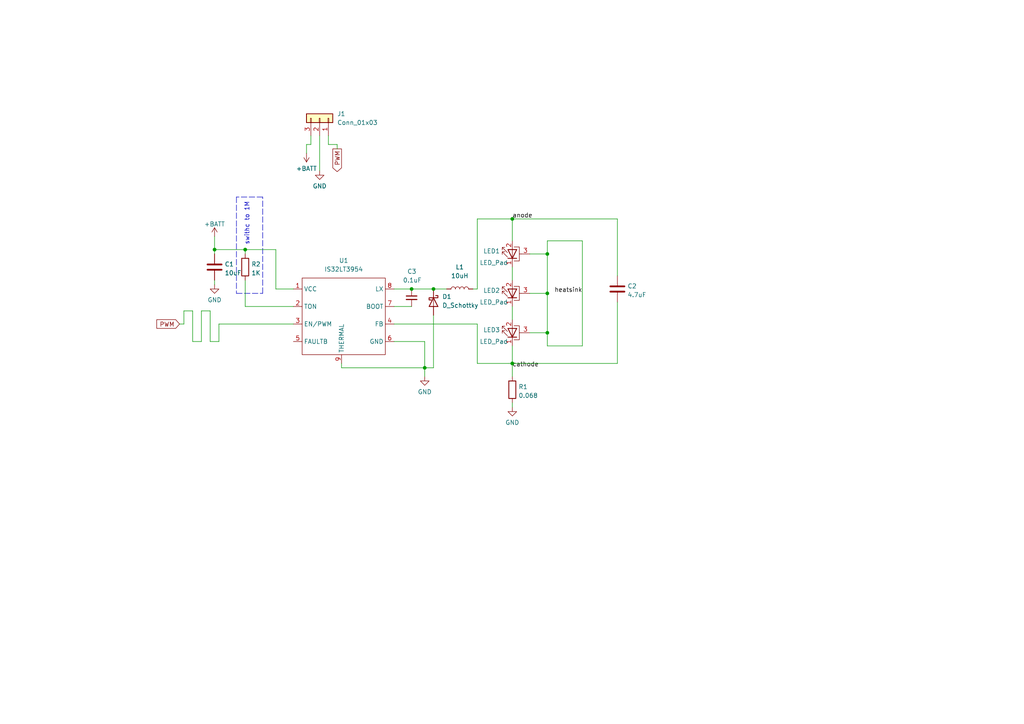
<source format=kicad_sch>
(kicad_sch (version 20211123) (generator eeschema)
  (paper "A4")
  (lib_symbols
    (symbol "Connector_Generic:Conn_01x03" (pin_names (offset 1.016) hide)
      (property "Reference" "J" (at 0 5.08 0))
      (property "Value" "Conn_01x03" (at 0 -5.08 0))
      (symbol "Conn_01x03_1_1"
        (rectangle (start -1.27 -2.413) (end 0 -2.667) (stroke (width 0.1524)))
        (rectangle (start -1.27 0.127) (end 0 -0.127) (stroke (width 0.1524)))
        (rectangle (start -1.27 2.667) (end 0 2.413) (stroke (width 0.1524)))
        (rectangle (start -1.27 3.81) (end 1.27 -3.81) (stroke (width 0.254)) (fill (type background)))
        (pin passive line (at -5.08 2.54 0) (length 3.81) (name "Pin_1") (number "1"))
        (pin passive line (at -5.08 0 0) (length 3.81) (name "Pin_2") (number "2"))
        (pin passive line (at -5.08 -2.54 0) (length 3.81) (name "Pin_3") (number "3"))
      )
    )
    (symbol "Custom:IS32LT3954"
      (property "Reference" "U" (at 0 0 0))
      (property "Value" "IS32LT3954" (at 0 0 0))
      (symbol "IS32LT3954_0_1"
        (rectangle (start -11.43 -1.27) (end 12.7 -23.495) (stroke (width 0.1524)))
      )
      (symbol "IS32LT3954_1_1"
        (pin power_in line (at -13.97 -4.445 0) (length 2.54) (name "VCC") (number "1"))
        (pin input line (at -13.97 -9.525 0) (length 2.54) (name "TON") (number "2"))
        (pin input line (at -13.97 -14.605 0) (length 2.54) (name "EN/PWM") (number "3"))
        (pin input line (at 15.24 -14.605 180) (length 2.54) (name "FB") (number "4"))
        (pin input line (at -13.97 -19.685 0) (length 2.54) (name "FAULTB") (number "5"))
        (pin power_in line (at 15.24 -19.685 180) (length 2.54) (name "GND") (number "6"))
        (pin output line (at 15.24 -9.525 180) (length 2.54) (name "BOOT") (number "7"))
        (pin output line (at 15.24 -4.445 180) (length 2.54) (name "LX") (number "8"))
        (pin power_in line (at 0 -26.035 90) (length 2.54) (name "THERMAL") (number "9"))
      )
    )
    (symbol "Device:C" (pin_numbers hide) (pin_names (offset 0.254))
      (property "Reference" "C" (at 0.635 2.54 0))
      (property "Value" "C" (at 0.635 -2.54 0))
      (symbol "C_0_1"
        (polyline (pts (xy -2.032 -0.762) (xy 2.032 -0.762)) (stroke (width 0.508)))
        (polyline (pts (xy -2.032 0.762) (xy 2.032 0.762)) (stroke (width 0.508)))
      )
      (symbol "C_1_1"
        (pin passive line (at 0 3.81 270) (length 2.794) (name "~") (number "1"))
        (pin passive line (at 0 -3.81 90) (length 2.794) (name "~") (number "2"))
      )
    )
    (symbol "Device:C_Small" (pin_numbers hide) (pin_names (offset 0.254) hide)
      (property "Reference" "C" (at 0.254 1.778 0))
      (property "Value" "C_Small" (at 0.254 -2.032 0))
      (symbol "C_Small_0_1"
        (polyline (pts (xy -1.524 -0.508) (xy 1.524 -0.508)) (stroke (width 0.3302)))
        (polyline (pts (xy -1.524 0.508) (xy 1.524 0.508)) (stroke (width 0.3048)))
      )
      (symbol "C_Small_1_1"
        (pin passive line (at 0 2.54 270) (length 2.032) (name "~") (number "1"))
        (pin passive line (at 0 -2.54 90) (length 2.032) (name "~") (number "2"))
      )
    )
    (symbol "Device:D_Schottky" (pin_numbers hide) (pin_names (offset 1.016) hide)
      (property "Reference" "D" (at 0 2.54 0))
      (property "Value" "D_Schottky" (at 0 -2.54 0))
      (symbol "D_Schottky_0_1"
        (polyline (pts (xy 1.27 0) (xy -1.27 0)))
        (polyline (pts (xy 1.27 1.27) (xy 1.27 -1.27) (xy -1.27 0) (xy 1.27 1.27)) (stroke (width 0.254)))
        (polyline (pts (xy -1.905 0.635) (xy -1.905 1.27) (xy -1.27 1.27) (xy -1.27 -1.27) (xy -0.635 -1.27) (xy -0.635 -0.635)) (stroke (width 0.254)))
      )
      (symbol "D_Schottky_1_1"
        (pin passive line (at -3.81 0 0) (length 2.54) (name "K") (number "1"))
        (pin passive line (at 3.81 0 180) (length 2.54) (name "A") (number "2"))
      )
    )
    (symbol "Device:L" (pin_numbers hide) (pin_names (offset 1.016) hide)
      (property "Reference" "L" (at -1.27 0 90))
      (property "Value" "L" (at 1.905 0 90))
      (symbol "L_0_1"
        (arc (start 0 -2.54) (mid 0.635 -1.905) (end 0 -1.27))
        (arc (start 0 -1.27) (mid 0.635 -0.635) (end 0 0))
        (arc (start 0 0) (mid 0.635 0.635) (end 0 1.27))
        (arc (start 0 1.27) (mid 0.635 1.905) (end 0 2.54))
      )
      (symbol "L_1_1"
        (pin passive line (at 0 3.81 270) (length 1.27) (name "1") (number "1"))
        (pin passive line (at 0 -3.81 90) (length 1.27) (name "2") (number "2"))
      )
    )
    (symbol "Device:LED_Pad" (pin_names (offset 1.016) hide)
      (property "Reference" "D" (at 0 5.715 0))
      (property "Value" "LED_Pad" (at 0 3.81 0))
      (symbol "LED_Pad_0_1"
        (polyline (pts (xy -1.27 -1.27) (xy -1.27 1.27)) (stroke (width 0.254)))
        (polyline (pts (xy -1.27 0) (xy 1.27 0)))
        (polyline (pts (xy 0 -2.54) (xy 0 -2.032)))
        (polyline (pts (xy -2.032 -0.508) (xy -2.032 -2.032) (xy 2.032 -2.032) (xy 2.032 -0.508)))
        (polyline (pts (xy 1.27 -1.27) (xy 1.27 1.27) (xy -1.27 0) (xy 1.27 -1.27)) (stroke (width 0.254)))
        (polyline (pts (xy -0.889 1.397) (xy 0.635 2.921) (xy -0.127 2.921) (xy 0.635 2.921) (xy 0.635 2.159)))
        (polyline (pts (xy 0.381 1.397) (xy 1.905 2.921) (xy 1.143 2.921) (xy 1.905 2.921) (xy 1.905 2.159)))
      )
      (symbol "LED_Pad_1_1"
        (pin passive line (at -3.81 0 0) (length 2.54) (name "K") (number "1"))
        (pin passive line (at 3.81 0 180) (length 2.54) (name "A") (number "2"))
        (pin passive line (at 0 -5.08 90) (length 2.54) (name "PAD") (number "3"))
      )
    )
    (symbol "Device:R" (pin_numbers hide) (pin_names (offset 0))
      (property "Reference" "R" (at 2.032 0 90))
      (property "Value" "R" (at 0 0 90))
      (symbol "R_0_1"
        (rectangle (start -1.016 -2.54) (end 1.016 2.54) (stroke (width 0.254)))
      )
      (symbol "R_1_1"
        (pin passive line (at 0 3.81 270) (length 1.27) (name "~") (number "1"))
        (pin passive line (at 0 -3.81 90) (length 1.27) (name "~") (number "2"))
      )
    )
    (symbol "power:+BATT" (power) (pin_names (offset 0))
      (property "Value" "+BATT" (at 0 3.556 0))
      (symbol "+BATT_0_1"
        (polyline (pts (xy -0.762 1.27) (xy 0 2.54)))
        (polyline (pts (xy 0 0) (xy 0 2.54)))
        (polyline (pts (xy 0 2.54) (xy 0.762 1.27)))
      )
      (symbol "+BATT_1_1"
        (pin power_in line (at 0 0 90) (length 0) hide (name "+BATT") (number "1"))
      )
    )
    (symbol "power:GND" (power) (pin_names (offset 0))
      (property "Value" "GND" (at 0 -3.81 0))
      (symbol "GND_0_1"
        (polyline (pts (xy 0 0) (xy 0 -1.27) (xy 1.27 -1.27) (xy 0 -2.54) (xy -1.27 -1.27) (xy 0 -1.27)))
      )
      (symbol "GND_1_1"
        (pin power_in line (at 0 0 270) (length 0) hide (name "GND") (number "1"))
      )
    )
  )
  (junction (at 119.38 83.82))
  (junction (at 148.59 105.41))
  (junction (at 71.12 72.39))
  (junction (at 158.75 96.52))
  (junction (at 158.75 73.66))
  (junction (at 125.73 83.82))
  (junction (at 148.59 63.5))
  (junction (at 62.23 72.39))
  (junction (at 158.75 85.09))
  (junction (at 123.19 106.68))
  (polyline (pts (xy 68.58 66.04) (xy 68.58 85.09)))
  (wire (pts (xy 62.23 73.66) (xy 62.23 72.39)))
  (wire (pts (xy 119.38 83.82) (xy 125.73 83.82)))
  (wire (pts (xy 58.42 90.17) (xy 60.96 90.17)))
  (wire (pts (xy 62.23 72.39) (xy 71.12 72.39)))
  (wire (pts (xy 90.17 41.91) (xy 88.9 41.91)))
  (wire (pts (xy 158.75 85.09) (xy 158.75 96.52)))
  (wire (pts (xy 123.19 106.68) (xy 123.19 109.22)))
  (wire (pts (xy 85.09 83.82) (xy 80.01 83.82)))
  (wire (pts (xy 52.07 93.98) (xy 53.34 93.98)))
  (wire (pts (xy 148.59 100.33) (xy 148.59 105.41)))
  (wire (pts (xy 60.96 90.17) (xy 60.96 99.06)))
  (wire (pts (xy 179.07 87.63) (xy 179.07 105.41)))
  (wire (pts (xy 148.59 63.5) (xy 179.07 63.5)))
  (wire (pts (xy 123.19 106.68) (xy 125.73 106.68)))
  (wire (pts (xy 95.25 41.91) (xy 97.79 41.91)))
  (wire (pts (xy 55.88 90.17) (xy 55.88 99.06)))
  (wire (pts (xy 71.12 72.39) (xy 80.01 72.39)))
  (wire (pts (xy 148.59 105.41) (xy 148.59 109.22)))
  (wire (pts (xy 88.9 41.91) (xy 88.9 44.45)))
  (wire (pts (xy 92.71 39.37) (xy 92.71 49.53)))
  (wire (pts (xy 71.12 81.28) (xy 71.12 88.9)))
  (wire (pts (xy 148.59 77.47) (xy 148.59 81.28)))
  (wire (pts (xy 58.42 99.06) (xy 58.42 90.17)))
  (wire (pts (xy 114.3 99.06) (xy 123.19 99.06)))
  (polyline (pts (xy 68.58 57.15) (xy 68.58 66.04)))
  (wire (pts (xy 168.91 69.85) (xy 168.91 100.33)))
  (wire (pts (xy 138.43 105.41) (xy 148.59 105.41)))
  (wire (pts (xy 60.96 99.06) (xy 63.5 99.06)))
  (wire (pts (xy 55.88 99.06) (xy 58.42 99.06)))
  (wire (pts (xy 168.91 100.33) (xy 158.75 100.33)))
  (wire (pts (xy 125.73 91.44) (xy 125.73 106.68)))
  (polyline (pts (xy 76.2 57.15) (xy 68.58 57.15)))
  (wire (pts (xy 99.06 106.68) (xy 123.19 106.68)))
  (polyline (pts (xy 68.58 85.09) (xy 76.2 85.09)))
  (polyline (pts (xy 76.2 85.09) (xy 76.2 57.15)))
  (wire (pts (xy 158.75 96.52) (xy 158.75 100.33)))
  (wire (pts (xy 138.43 83.82) (xy 138.43 63.5)))
  (wire (pts (xy 153.67 96.52) (xy 158.75 96.52)))
  (wire (pts (xy 138.43 105.41) (xy 138.43 93.98)))
  (wire (pts (xy 148.59 116.84) (xy 148.59 118.11)))
  (wire (pts (xy 114.3 88.9) (xy 119.38 88.9)))
  (wire (pts (xy 63.5 99.06) (xy 63.5 93.98)))
  (wire (pts (xy 158.75 69.85) (xy 158.75 73.66)))
  (wire (pts (xy 125.73 83.82) (xy 129.54 83.82)))
  (wire (pts (xy 158.75 69.85) (xy 168.91 69.85)))
  (wire (pts (xy 71.12 88.9) (xy 85.09 88.9)))
  (wire (pts (xy 148.59 105.41) (xy 179.07 105.41)))
  (wire (pts (xy 95.25 39.37) (xy 95.25 41.91)))
  (wire (pts (xy 148.59 88.9) (xy 148.59 92.71)))
  (wire (pts (xy 97.79 41.91) (xy 97.79 43.18)))
  (wire (pts (xy 80.01 83.82) (xy 80.01 72.39)))
  (wire (pts (xy 63.5 93.98) (xy 85.09 93.98)))
  (wire (pts (xy 153.67 73.66) (xy 158.75 73.66)))
  (wire (pts (xy 71.12 72.39) (xy 71.12 73.66)))
  (wire (pts (xy 99.06 105.41) (xy 99.06 106.68)))
  (wire (pts (xy 137.16 83.82) (xy 138.43 83.82)))
  (wire (pts (xy 114.3 93.98) (xy 138.43 93.98)))
  (wire (pts (xy 148.59 63.5) (xy 148.59 69.85)))
  (wire (pts (xy 53.34 90.17) (xy 55.88 90.17)))
  (wire (pts (xy 123.19 99.06) (xy 123.19 106.68)))
  (wire (pts (xy 138.43 63.5) (xy 148.59 63.5)))
  (wire (pts (xy 114.3 83.82) (xy 119.38 83.82)))
  (wire (pts (xy 90.17 39.37) (xy 90.17 41.91)))
  (wire (pts (xy 158.75 73.66) (xy 158.75 85.09)))
  (wire (pts (xy 153.67 85.09) (xy 158.75 85.09)))
  (wire (pts (xy 53.34 93.98) (xy 53.34 90.17)))
  (wire (pts (xy 62.23 81.28) (xy 62.23 82.55)))
  (wire (pts (xy 179.07 63.5) (xy 179.07 80.01)))
  (wire (pts (xy 62.23 68.58) (xy 62.23 72.39)))
  (text "swithc to 1M" (at 72.39 71.12 90) (effects (font (size 1.27 1.27)) (justify left bottom)))
  (label "cathode" (at 148.59 106.68 0))
  (label "anode" (at 148.59 63.5 0))
  (label "heatsink" (at 168.91 85.09 180))
  (global_label "PWM" (shape input) (at 52.07 93.98 180) (property "Intersheet References" "${INTERSHEET_REFS}" (effects hide)))
  (global_label "PWM" (shape output) (at 97.79 43.18 270) (property "Intersheet References" "${INTERSHEET_REFS}" (effects hide)))
  (symbol (lib_id "Device:LED_Pad") (at 148.59 96.52 90) (unit 1)
    (property "Reference" "LED3" (at 145.0341 95.6853 90) (effects (justify left)))
    (property "Value" "LED_Pad" (at 147.32 99.06 90) (effects (justify left)))
    (property "Footprint" "CustomLibrary:LED_Cree-XHP50_3V_hand_solder" (effects hide))
    (property "Digikey" "XMLBWT-00-0000-0000U2050CT-ND" (effects hide))
  )
  (symbol (lib_id "Device:L") (at 133.35 83.82 90) (unit 1)
    (property "Reference" "L1" (at 133.35 77.47 90))
    (property "Value" "10uH" (at 133.35 80.01 90))
    (property "Footprint" "CustomLibrary:PA5175_Inductor" (effects hide))
    (property "Digikey" "553-PA5175.103NLTCT-ND" (effects hide))
  )
  (symbol (lib_id "Custom:IS32LT3954") (at 99.06 79.375 0) (unit 1)
    (property "Reference" "U1" (at 99.695 75.565 0))
    (property "Value" "IS32LT3954" (at 99.695 78.105 0))
    (property "Footprint" "Package_SO:SOP-8-1EP_4.57x4.57mm_P1.27mm_EP4.57x4.45mm_ThermalVias" (effects hide))
    (property "Digikey" "2521-IS32LT3954-GRLA3-TRCT-ND" (effects hide))
  )
  (symbol (lib_id "Device:C_Small") (at 119.38 86.36 0) (unit 1)
    (property "Reference" "C3" (at 118.11 78.74 0) (effects (justify left)))
    (property "Value" "0.1uF" (at 116.84 81.28 0) (effects (justify left)))
    (property "Footprint" "Capacitor_SMD:C_0603_1608Metric" (effects hide))
    (property "Digikey" "1276-1935-1-ND" (effects hide))
  )
  (symbol (lib_id "power:+BATT") (at 88.9 44.45 180) (unit 1)
    (property "Reference" "#PWR04" (effects hide))
    (property "Value" "+BATT" (at 88.9 48.8934 0))
  )
  (symbol (lib_id "Device:R") (at 71.12 77.47 0) (unit 1)
    (property "Reference" "R2" (at 72.898 76.6353 0) (effects (justify left)))
    (property "Value" "1K" (at 72.898 79.1722 0) (effects (justify left)))
    (property "Footprint" "Resistor_SMD:R_0603_1608Metric" (effects hide))
    (property "Digikey" "RMCF0603FG1K00CT-ND" (effects hide))
  )
  (symbol (lib_id "power:+BATT") (at 62.23 68.58 0) (unit 1)
    (property "Reference" "#PWR03" (effects hide))
    (property "Value" "+BATT" (at 62.23 65.0042 0))
  )
  (symbol (lib_id "Device:LED_Pad") (at 148.59 85.09 90) (unit 1)
    (property "Reference" "LED2" (at 145.0341 84.2553 90) (effects (justify left)))
    (property "Value" "LED_Pad" (at 147.32 87.63 90) (effects (justify left)))
    (property "Footprint" "CustomLibrary:LED_Cree-XHP50_3V_hand_solder" (effects hide))
    (property "Digikey" "XMLBWT-00-0000-0000U2050CT-ND" (effects hide))
  )
  (symbol (lib_id "Device:C") (at 179.07 83.82 0) (unit 1)
    (property "Reference" "C2" (at 181.991 82.9853 0) (effects (justify left)))
    (property "Value" "4.7uF" (at 181.991 85.5222 0) (effects (justify left)))
    (property "Footprint" "Capacitor_SMD:C_1210_3225Metric" (effects hide))
    (property "Digikey" "1276-1292-1-ND" (effects hide))
  )
  (symbol (lib_id "Device:D_Schottky") (at 125.73 87.63 270) (unit 1)
    (property "Reference" "D1" (at 128.27 86.0424 90) (effects (justify left)))
    (property "Value" "D_Schottky" (at 128.27 88.5824 90) (effects (justify left)))
    (property "Footprint" "Diode_SMD:D_SMA" (effects hide))
    (property "Digikey" "SK54A-LTPMSCT-ND" (effects hide))
  )
  (symbol (lib_id "power:GND") (at 92.71 49.53 0) (unit 1)
    (property "Reference" "#PWR02" (effects hide))
    (property "Value" "GND" (at 92.71 53.9734 0))
  )
  (symbol (lib_id "Device:C") (at 62.23 77.47 0) (unit 1)
    (property "Reference" "C1" (at 65.151 76.6353 0) (effects (justify left)))
    (property "Value" "10uF" (at 65.151 79.1722 0) (effects (justify left)))
    (property "Footprint" "Capacitor_SMD:C_1210_3225Metric" (effects hide))
    (property "Digikey" "13-CC1210KFX7R8BB106CT-ND" (effects hide))
  )
  (symbol (lib_id "power:GND") (at 123.19 109.22 0) (unit 1)
    (property "Reference" "#PWR01" (effects hide))
    (property "Value" "GND" (at 123.19 113.6634 0))
  )
  (symbol (lib_id "Device:R") (at 148.59 113.03 0) (unit 1)
    (property "Reference" "R1" (at 150.368 112.1953 0) (effects (justify left)))
    (property "Value" "0.068" (at 150.368 114.7322 0) (effects (justify left)))
    (property "Footprint" "Resistor_SMD:R_2512_6332Metric" (effects hide))
    (property "Digikey" "311-0.068TCT-ND" (effects hide))
  )
  (symbol (lib_id "Connector_Generic:Conn_01x03") (at 92.71 34.29 270) (mirror x) (unit 1)
    (property "Reference" "J1" (at 97.79 33.0199 90) (effects (justify left)))
    (property "Value" "Conn_01x03" (at 97.79 35.5599 90) (effects (justify left)))
    (property "Footprint" "Connector_Molex:Molex_Micro-Fit_3.0_43650-0324_1x03-1MP_P3.00mm_Vertical" (effects hide))
    (property "Digikey" "WM3887CT-ND" (effects hide))
  )
  (symbol (lib_id "Device:LED_Pad") (at 148.59 73.66 90) (unit 1)
    (property "Reference" "LED1" (at 145.0341 72.8253 90) (effects (justify left)))
    (property "Value" "LED_Pad" (at 147.32 76.2 90) (effects (justify left)))
    (property "Footprint" "CustomLibrary:LED_Cree-XHP50_3V_hand_solder" (effects hide))
    (property "Digikey" "XMLBWT-00-0000-0000U2050CT-ND" (effects hide))
  )
  (symbol (lib_id "power:GND") (at 62.23 82.55 0) (unit 1)
    (property "Reference" "#PWR05" (effects hide))
    (property "Value" "GND" (at 62.23 86.9934 0))
  )
  (symbol (lib_id "power:GND") (at 148.59 118.11 0) (unit 1)
    (property "Reference" "#PWR06" (effects hide))
    (property "Value" "GND" (at 148.59 122.5534 0))
  )
)
</source>
